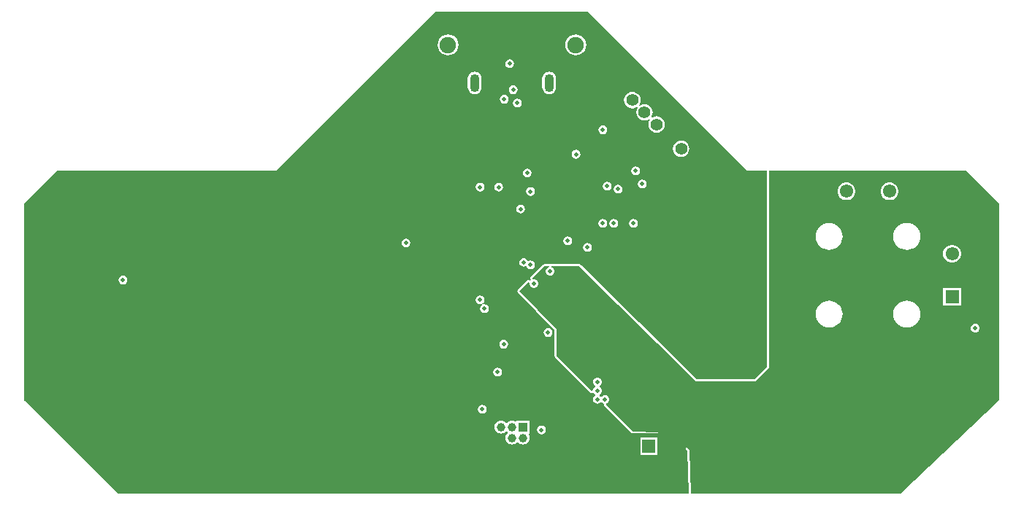
<source format=gbr>
%TF.GenerationSoftware,Altium Limited,Altium Designer,23.6.0 (18)*%
G04 Layer_Physical_Order=2*
G04 Layer_Color=36540*
%FSLAX25Y25*%
%MOIN*%
%TF.SameCoordinates,9FC677E3-0757-43A4-AD8A-435CCD31EDD7*%
%TF.FilePolarity,Positive*%
%TF.FileFunction,Copper,L2,Inr,Signal*%
%TF.Part,Single*%
G01*
G75*
%TA.AperFunction,ViaPad*%
%ADD45C,0.23000*%
%TA.AperFunction,ComponentPad*%
G04:AMPARAMS|DCode=46|XSize=43.31mil|YSize=82.68mil|CornerRadius=21.65mil|HoleSize=0mil|Usage=FLASHONLY|Rotation=180.000|XOffset=0mil|YOffset=0mil|HoleType=Round|Shape=RoundedRectangle|*
%AMROUNDEDRECTD46*
21,1,0.04331,0.03937,0,0,180.0*
21,1,0.00000,0.08268,0,0,180.0*
1,1,0.04331,0.00000,0.01968*
1,1,0.04331,0.00000,0.01968*
1,1,0.04331,0.00000,-0.01968*
1,1,0.04331,0.00000,-0.01968*
%
%ADD46ROUNDEDRECTD46*%
%ADD47C,0.07480*%
%ADD48C,0.03937*%
%ADD49R,0.03937X0.03937*%
%ADD50P,0.07739X4X360.0*%
%ADD51C,0.05472*%
%ADD52C,0.05906*%
%ADD53R,0.05906X0.05906*%
%ADD54R,0.06102X0.06102*%
%ADD55C,0.06102*%
%ADD56C,0.09055*%
%TA.AperFunction,ViaPad*%
%ADD57C,0.01968*%
G36*
X330000Y147755D02*
X338990D01*
Y58186D01*
X333426Y52622D01*
X307019D01*
X253714Y104982D01*
X253552Y105088D01*
X253390Y105197D01*
X253386Y105198D01*
X253382Y105200D01*
X253191Y105236D01*
X253000Y105274D01*
X240416D01*
X240286Y105248D01*
X240153Y105240D01*
X240092Y105210D01*
X240026Y105197D01*
X239958Y105151D01*
X239891Y105197D01*
X239824Y105210D01*
X239763Y105240D01*
X239631Y105248D01*
X239500Y105274D01*
X237500D01*
X237110Y105197D01*
X236779Y104976D01*
X231225Y99422D01*
X231132Y99282D01*
X231030Y99148D01*
X231022Y99117D01*
X231004Y99091D01*
X230971Y98926D01*
X230928Y98763D01*
X230933Y98732D01*
X230927Y98701D01*
X230960Y98536D01*
X230982Y98369D01*
X231059Y98145D01*
X231132Y98020D01*
X231153Y97973D01*
X231000Y97755D01*
X230782Y97601D01*
X230734Y97623D01*
X230610Y97695D01*
X230386Y97772D01*
X230219Y97795D01*
X230054Y97828D01*
X230023Y97822D01*
X229992Y97826D01*
X229829Y97783D01*
X229664Y97750D01*
X229637Y97733D01*
X229607Y97725D01*
X229473Y97623D01*
X229333Y97529D01*
X225279Y93476D01*
X225173Y93316D01*
X225064Y93158D01*
X225062Y93151D01*
X225058Y93145D01*
X225021Y92957D01*
X224980Y92769D01*
X224982Y92762D01*
X224980Y92755D01*
X225018Y92567D01*
X225052Y92378D01*
X225057Y92372D01*
X225058Y92364D01*
X225165Y92205D01*
X225269Y92044D01*
X241980Y74841D01*
Y63255D01*
X242058Y62864D01*
X242279Y62534D01*
X258295Y46518D01*
X258626Y46297D01*
X259016Y46219D01*
X259406Y46297D01*
X259678Y46410D01*
X260069Y45824D01*
X260485Y45547D01*
Y44962D01*
X260069Y44685D01*
X259631Y44029D01*
X259477Y43255D01*
X259631Y42480D01*
X260069Y41824D01*
X260726Y41385D01*
X261500Y41232D01*
X262274Y41385D01*
X262931Y41824D01*
X263000Y41928D01*
X263500D01*
X263569Y41824D01*
X264226Y41385D01*
X264296Y41372D01*
X264467Y41091D01*
X264455Y40949D01*
X264427Y40808D01*
X264438Y40752D01*
X264433Y40694D01*
X264476Y40558D01*
X264504Y40418D01*
X264536Y40370D01*
X264554Y40315D01*
X264646Y40206D01*
X264725Y40088D01*
X277108Y27704D01*
X289106Y27748D01*
X289116Y28230D01*
X277879Y28376D01*
X265446Y40808D01*
X265604Y41357D01*
X266124Y41572D01*
X266682Y42131D01*
X266984Y42860D01*
Y43649D01*
X266682Y44379D01*
X266124Y44937D01*
X265395Y45239D01*
X264605D01*
X263876Y44937D01*
X263577Y44637D01*
X263250Y44423D01*
X262923Y44637D01*
X262624Y44937D01*
X262510Y44984D01*
Y45525D01*
X262624Y45573D01*
X263182Y46131D01*
X263484Y46860D01*
Y47649D01*
X263182Y48379D01*
X262624Y48937D01*
X262510Y48984D01*
Y49525D01*
X262624Y49573D01*
X263182Y50131D01*
X263484Y50860D01*
Y51649D01*
X263182Y52379D01*
X262624Y52937D01*
X261895Y53239D01*
X261105D01*
X260376Y52937D01*
X259818Y52379D01*
X259516Y51649D01*
Y50860D01*
X259818Y50131D01*
X260376Y49573D01*
X260490Y49525D01*
Y48984D01*
X260376Y48937D01*
X259818Y48379D01*
X259516Y47649D01*
Y47446D01*
X259016Y47239D01*
X243000Y63255D01*
Y75255D01*
X226000Y92755D01*
X230054Y96808D01*
X230278Y96731D01*
X230516Y96563D01*
Y95860D01*
X230818Y95131D01*
X231376Y94573D01*
X232105Y94270D01*
X232895D01*
X233624Y94573D01*
X234182Y95131D01*
X234484Y95860D01*
Y96649D01*
X234182Y97379D01*
X233624Y97937D01*
X232895Y98239D01*
X232191D01*
X232023Y98477D01*
X231946Y98701D01*
X237500Y104255D01*
X239500D01*
X239563Y103781D01*
X238834Y103479D01*
X238276Y102920D01*
X237974Y102191D01*
Y101402D01*
X238276Y100672D01*
X238834Y100114D01*
X239563Y99812D01*
X240353D01*
X241082Y100114D01*
X241640Y100672D01*
X241942Y101402D01*
Y102191D01*
X241640Y102920D01*
X241082Y103479D01*
X240353Y103781D01*
X240416Y104255D01*
X253000D01*
X306602Y51603D01*
X333848D01*
X340009Y57764D01*
Y147755D01*
X430000D01*
X445000Y132755D01*
X445005Y42759D01*
X399736Y5D01*
X304206D01*
X303590Y20164D01*
X302000Y21755D01*
X302000Y20313D01*
X302584Y19729D01*
X303175Y359D01*
X302827Y0D01*
X222500D01*
Y5D01*
X42755D01*
X0Y42759D01*
Y132759D01*
X15000Y147759D01*
X115000D01*
X184948Y217707D01*
X184950Y217705D01*
X184950Y217705D01*
X187700Y220455D01*
X257300Y220455D01*
X330000Y147755D01*
D02*
G37*
%LPC*%
G36*
X251634Y210065D02*
X250396Y209902D01*
X249243Y209424D01*
X248253Y208664D01*
X247493Y207674D01*
X247016Y206521D01*
X246853Y205284D01*
X247016Y204046D01*
X247493Y202893D01*
X248253Y201903D01*
X249243Y201143D01*
X250396Y200665D01*
X251634Y200502D01*
X252871Y200665D01*
X254024Y201143D01*
X255015Y201903D01*
X255774Y202893D01*
X256252Y204046D01*
X256415Y205284D01*
X256252Y206521D01*
X255774Y207674D01*
X255015Y208664D01*
X254024Y209424D01*
X252871Y209902D01*
X251634Y210065D01*
D02*
G37*
G36*
X193366D02*
X192129Y209902D01*
X190976Y209424D01*
X189985Y208664D01*
X189226Y207674D01*
X188748Y206521D01*
X188585Y205284D01*
X188748Y204046D01*
X189226Y202893D01*
X189985Y201903D01*
X190976Y201143D01*
X192129Y200665D01*
X193366Y200502D01*
X194604Y200665D01*
X195757Y201143D01*
X196747Y201903D01*
X197507Y202893D01*
X197984Y204046D01*
X198147Y205284D01*
X197984Y206521D01*
X197507Y207674D01*
X196747Y208664D01*
X195757Y209424D01*
X194604Y209902D01*
X193366Y210065D01*
D02*
G37*
G36*
X221494Y198771D02*
X220720Y198617D01*
X220063Y198179D01*
X219625Y197522D01*
X219471Y196748D01*
X219625Y195974D01*
X220063Y195318D01*
X220720Y194879D01*
X221494Y194725D01*
X222268Y194879D01*
X222924Y195318D01*
X223363Y195974D01*
X223517Y196748D01*
X223363Y197522D01*
X222924Y198179D01*
X222268Y198617D01*
X221494Y198771D01*
D02*
G37*
G36*
X223106Y186871D02*
X222332Y186717D01*
X221676Y186278D01*
X221237Y185622D01*
X221083Y184848D01*
X221237Y184073D01*
X221676Y183417D01*
X222332Y182978D01*
X223106Y182825D01*
X223881Y182978D01*
X224537Y183417D01*
X224975Y184073D01*
X225129Y184848D01*
X224975Y185622D01*
X224537Y186278D01*
X223881Y186717D01*
X223106Y186871D01*
D02*
G37*
G36*
X239508Y193082D02*
X238682Y192974D01*
X237912Y192655D01*
X237250Y192147D01*
X236743Y191486D01*
X236424Y190716D01*
X236315Y189890D01*
Y185953D01*
X236424Y185126D01*
X236743Y184356D01*
X237250Y183695D01*
X237912Y183188D01*
X238682Y182869D01*
X239508Y182760D01*
X240334Y182869D01*
X241104Y183188D01*
X241765Y183695D01*
X242273Y184356D01*
X242592Y185126D01*
X242701Y185953D01*
Y189890D01*
X242592Y190716D01*
X242273Y191486D01*
X241765Y192147D01*
X241104Y192655D01*
X240334Y192974D01*
X239508Y193082D01*
D02*
G37*
G36*
X205492D02*
X204666Y192974D01*
X203896Y192655D01*
X203235Y192147D01*
X202727Y191486D01*
X202408Y190716D01*
X202299Y189890D01*
Y185953D01*
X202408Y185126D01*
X202727Y184356D01*
X203235Y183695D01*
X203896Y183188D01*
X204666Y182869D01*
X205492Y182760D01*
X206318Y182869D01*
X207088Y183188D01*
X207750Y183695D01*
X208257Y184356D01*
X208576Y185126D01*
X208685Y185953D01*
Y189890D01*
X208576Y190716D01*
X208257Y191486D01*
X207750Y192147D01*
X207088Y192655D01*
X206318Y192974D01*
X205492Y193082D01*
D02*
G37*
G36*
X218979Y182500D02*
X218204Y182346D01*
X217548Y181908D01*
X217110Y181251D01*
X216956Y180477D01*
X217110Y179703D01*
X217548Y179046D01*
X218204Y178608D01*
X218979Y178454D01*
X219753Y178608D01*
X220409Y179046D01*
X220848Y179703D01*
X221002Y180477D01*
X220848Y181251D01*
X220409Y181908D01*
X219753Y182346D01*
X218979Y182500D01*
D02*
G37*
G36*
X225000Y180778D02*
X224226Y180624D01*
X223569Y180185D01*
X223131Y179529D01*
X222977Y178755D01*
X223131Y177980D01*
X223569Y177324D01*
X224226Y176885D01*
X225000Y176732D01*
X225774Y176885D01*
X226431Y177324D01*
X226869Y177980D01*
X227023Y178755D01*
X226869Y179529D01*
X226431Y180185D01*
X225774Y180624D01*
X225000Y180778D01*
D02*
G37*
G36*
X277459Y183821D02*
X276484Y183693D01*
X275575Y183316D01*
X274794Y182717D01*
X274196Y181937D01*
X273819Y181028D01*
X273691Y180052D01*
X273819Y179077D01*
X274196Y178168D01*
X274794Y177388D01*
X275575Y176789D01*
X276484Y176412D01*
X277459Y176284D01*
X278434Y176412D01*
X279343Y176789D01*
X279616Y176998D01*
X279972Y176641D01*
X279763Y176369D01*
X279387Y175460D01*
X279258Y174485D01*
X279387Y173509D01*
X279763Y172600D01*
X280362Y171820D01*
X281143Y171221D01*
X282051Y170845D01*
X283027Y170716D01*
X284002Y170845D01*
X284911Y171221D01*
X285183Y171430D01*
X285540Y171073D01*
X285331Y170801D01*
X284955Y169892D01*
X284826Y168917D01*
X284955Y167942D01*
X285331Y167033D01*
X285930Y166252D01*
X286710Y165653D01*
X287619Y165277D01*
X288595Y165149D01*
X289570Y165277D01*
X290479Y165653D01*
X291259Y166252D01*
X291858Y167033D01*
X292235Y167942D01*
X292363Y168917D01*
X292235Y169892D01*
X291858Y170801D01*
X291259Y171582D01*
X290479Y172181D01*
X289570Y172557D01*
X288595Y172686D01*
X287619Y172557D01*
X286710Y172181D01*
X286438Y171972D01*
X286082Y172328D01*
X286290Y172600D01*
X286667Y173509D01*
X286795Y174485D01*
X286667Y175460D01*
X286290Y176369D01*
X285692Y177149D01*
X284911Y177748D01*
X284002Y178125D01*
X283027Y178253D01*
X282051Y178125D01*
X281143Y177748D01*
X280870Y177539D01*
X280514Y177896D01*
X280723Y178168D01*
X281099Y179077D01*
X281227Y180052D01*
X281099Y181028D01*
X280723Y181937D01*
X280124Y182717D01*
X279343Y183316D01*
X278434Y183693D01*
X277459Y183821D01*
D02*
G37*
G36*
X263977Y168523D02*
X263203Y168369D01*
X262546Y167931D01*
X262108Y167274D01*
X261954Y166500D01*
X262108Y165726D01*
X262546Y165069D01*
X263203Y164631D01*
X263977Y164477D01*
X264751Y164631D01*
X265407Y165069D01*
X265846Y165726D01*
X266000Y166500D01*
X265846Y167274D01*
X265407Y167931D01*
X264751Y168369D01*
X263977Y168523D01*
D02*
G37*
G36*
X299730Y161550D02*
X298755Y161422D01*
X297846Y161045D01*
X297065Y160446D01*
X296467Y159666D01*
X296090Y158757D01*
X295962Y157782D01*
X296090Y156806D01*
X296467Y155897D01*
X297065Y155117D01*
X297846Y154518D01*
X298755Y154141D01*
X299730Y154013D01*
X300706Y154141D01*
X301614Y154518D01*
X302395Y155117D01*
X302994Y155897D01*
X303370Y156806D01*
X303499Y157782D01*
X303370Y158757D01*
X302994Y159666D01*
X302395Y160446D01*
X301614Y161045D01*
X300706Y161422D01*
X299730Y161550D01*
D02*
G37*
G36*
X251790Y157333D02*
X251016Y157179D01*
X250359Y156741D01*
X249921Y156084D01*
X249767Y155310D01*
X249921Y154536D01*
X250359Y153880D01*
X251016Y153441D01*
X251790Y153287D01*
X252564Y153441D01*
X253220Y153880D01*
X253659Y154536D01*
X253813Y155310D01*
X253659Y156084D01*
X253220Y156741D01*
X252564Y157179D01*
X251790Y157333D01*
D02*
G37*
G36*
X279000Y149778D02*
X278226Y149624D01*
X277569Y149185D01*
X277131Y148529D01*
X276977Y147755D01*
X277131Y146980D01*
X277569Y146324D01*
X278226Y145886D01*
X279000Y145731D01*
X279774Y145886D01*
X280431Y146324D01*
X280869Y146980D01*
X281023Y147755D01*
X280869Y148529D01*
X280431Y149185D01*
X279774Y149624D01*
X279000Y149778D01*
D02*
G37*
G36*
X229500Y148778D02*
X228726Y148624D01*
X228069Y148185D01*
X227631Y147529D01*
X227477Y146755D01*
X227631Y145980D01*
X228069Y145324D01*
X228726Y144886D01*
X229500Y144731D01*
X230274Y144886D01*
X230931Y145324D01*
X231369Y145980D01*
X231523Y146755D01*
X231369Y147529D01*
X230931Y148185D01*
X230274Y148624D01*
X229500Y148778D01*
D02*
G37*
G36*
X282000Y143778D02*
X281226Y143624D01*
X280569Y143185D01*
X280131Y142529D01*
X279977Y141755D01*
X280131Y140980D01*
X280569Y140324D01*
X281226Y139885D01*
X282000Y139732D01*
X282774Y139885D01*
X283431Y140324D01*
X283869Y140980D01*
X284023Y141755D01*
X283869Y142529D01*
X283431Y143185D01*
X282774Y143624D01*
X282000Y143778D01*
D02*
G37*
G36*
X266000Y142778D02*
X265226Y142624D01*
X264569Y142185D01*
X264131Y141529D01*
X263977Y140755D01*
X264131Y139980D01*
X264569Y139324D01*
X265226Y138885D01*
X266000Y138732D01*
X266774Y138885D01*
X267431Y139324D01*
X267869Y139980D01*
X268023Y140755D01*
X267869Y141529D01*
X267431Y142185D01*
X266774Y142624D01*
X266000Y142778D01*
D02*
G37*
G36*
X216500Y142278D02*
X215726Y142124D01*
X215069Y141685D01*
X214631Y141029D01*
X214477Y140255D01*
X214631Y139480D01*
X215069Y138824D01*
X215726Y138385D01*
X216500Y138232D01*
X217274Y138385D01*
X217931Y138824D01*
X218369Y139480D01*
X218523Y140255D01*
X218369Y141029D01*
X217931Y141685D01*
X217274Y142124D01*
X216500Y142278D01*
D02*
G37*
G36*
X208000D02*
X207226Y142124D01*
X206569Y141685D01*
X206131Y141029D01*
X205977Y140255D01*
X206131Y139480D01*
X206569Y138824D01*
X207226Y138385D01*
X208000Y138232D01*
X208774Y138385D01*
X209431Y138824D01*
X209869Y139480D01*
X210023Y140255D01*
X209869Y141029D01*
X209431Y141685D01*
X208774Y142124D01*
X208000Y142278D01*
D02*
G37*
G36*
X270937Y141369D02*
X270163Y141215D01*
X269506Y140777D01*
X269068Y140120D01*
X268914Y139346D01*
X269068Y138572D01*
X269506Y137916D01*
X270163Y137477D01*
X270937Y137323D01*
X271711Y137477D01*
X272368Y137916D01*
X272806Y138572D01*
X272960Y139346D01*
X272806Y140120D01*
X272368Y140777D01*
X271711Y141215D01*
X270937Y141369D01*
D02*
G37*
G36*
X231000Y140278D02*
X230226Y140124D01*
X229569Y139685D01*
X229131Y139029D01*
X228977Y138255D01*
X229131Y137480D01*
X229569Y136824D01*
X230226Y136386D01*
X231000Y136232D01*
X231774Y136386D01*
X232431Y136824D01*
X232869Y137480D01*
X233023Y138255D01*
X232869Y139029D01*
X232431Y139685D01*
X231774Y140124D01*
X231000Y140278D01*
D02*
G37*
G36*
X395376Y142437D02*
X394309D01*
X393279Y142161D01*
X392355Y141628D01*
X391601Y140873D01*
X391067Y139950D01*
X390791Y138919D01*
Y137853D01*
X391067Y136822D01*
X391601Y135898D01*
X392355Y135144D01*
X393279Y134611D01*
X394309Y134335D01*
X395376D01*
X396406Y134611D01*
X397330Y135144D01*
X398084Y135898D01*
X398618Y136822D01*
X398894Y137853D01*
Y138919D01*
X398618Y139950D01*
X398084Y140873D01*
X397330Y141628D01*
X396406Y142161D01*
X395376Y142437D01*
D02*
G37*
G36*
X375691D02*
X374624D01*
X373594Y142161D01*
X372670Y141628D01*
X371916Y140873D01*
X371382Y139950D01*
X371106Y138919D01*
Y137853D01*
X371382Y136822D01*
X371916Y135898D01*
X372670Y135144D01*
X373594Y134611D01*
X374624Y134335D01*
X375691D01*
X376721Y134611D01*
X377645Y135144D01*
X378399Y135898D01*
X378933Y136822D01*
X379209Y137853D01*
Y138919D01*
X378933Y139950D01*
X378399Y140873D01*
X377645Y141628D01*
X376721Y142161D01*
X375691Y142437D01*
D02*
G37*
G36*
X226500Y132278D02*
X225726Y132124D01*
X225069Y131685D01*
X224631Y131029D01*
X224477Y130255D01*
X224631Y129480D01*
X225069Y128824D01*
X225726Y128385D01*
X226500Y128232D01*
X227274Y128385D01*
X227931Y128824D01*
X228369Y129480D01*
X228523Y130255D01*
X228369Y131029D01*
X227931Y131685D01*
X227274Y132124D01*
X226500Y132278D01*
D02*
G37*
G36*
X278000Y125778D02*
X277226Y125624D01*
X276569Y125185D01*
X276131Y124529D01*
X275977Y123755D01*
X276131Y122980D01*
X276569Y122324D01*
X277226Y121886D01*
X278000Y121731D01*
X278774Y121886D01*
X279431Y122324D01*
X279869Y122980D01*
X280023Y123755D01*
X279869Y124529D01*
X279431Y125185D01*
X278774Y125624D01*
X278000Y125778D01*
D02*
G37*
G36*
X269000D02*
X268226Y125624D01*
X267569Y125185D01*
X267131Y124529D01*
X266977Y123755D01*
X267131Y122980D01*
X267569Y122324D01*
X268226Y121886D01*
X269000Y121731D01*
X269774Y121886D01*
X270431Y122324D01*
X270869Y122980D01*
X271023Y123755D01*
X270869Y124529D01*
X270431Y125185D01*
X269774Y125624D01*
X269000Y125778D01*
D02*
G37*
G36*
X264000D02*
X263226Y125624D01*
X262569Y125185D01*
X262131Y124529D01*
X261977Y123755D01*
X262131Y122980D01*
X262569Y122324D01*
X263226Y121886D01*
X264000Y121731D01*
X264774Y121886D01*
X265431Y122324D01*
X265869Y122980D01*
X266023Y123755D01*
X265869Y124529D01*
X265431Y125185D01*
X264774Y125624D01*
X264000Y125778D01*
D02*
G37*
G36*
X248000Y117778D02*
X247226Y117624D01*
X246569Y117185D01*
X246131Y116529D01*
X245977Y115755D01*
X246131Y114980D01*
X246569Y114324D01*
X247226Y113885D01*
X248000Y113732D01*
X248774Y113885D01*
X249431Y114324D01*
X249869Y114980D01*
X250023Y115755D01*
X249869Y116529D01*
X249431Y117185D01*
X248774Y117624D01*
X248000Y117778D01*
D02*
G37*
G36*
X174136Y116778D02*
X173362Y116624D01*
X172706Y116185D01*
X172267Y115529D01*
X172113Y114755D01*
X172267Y113980D01*
X172706Y113324D01*
X173362Y112885D01*
X174136Y112732D01*
X174910Y112885D01*
X175567Y113324D01*
X176005Y113980D01*
X176159Y114755D01*
X176005Y115529D01*
X175567Y116185D01*
X174910Y116624D01*
X174136Y116778D01*
D02*
G37*
G36*
X402716Y123864D02*
X401517Y123746D01*
X400364Y123396D01*
X399301Y122828D01*
X398370Y122064D01*
X397605Y121132D01*
X397037Y120069D01*
X396687Y118916D01*
X396569Y117717D01*
X396687Y116517D01*
X397037Y115364D01*
X397605Y114301D01*
X398370Y113370D01*
X399301Y112605D01*
X400364Y112037D01*
X401517Y111687D01*
X402716Y111569D01*
X403916Y111687D01*
X405069Y112037D01*
X406132Y112605D01*
X407064Y113370D01*
X407828Y114301D01*
X408396Y115364D01*
X408746Y116517D01*
X408864Y117717D01*
X408746Y118916D01*
X408396Y120069D01*
X407828Y121132D01*
X407064Y122064D01*
X406132Y122828D01*
X405069Y123396D01*
X403916Y123746D01*
X402716Y123864D01*
D02*
G37*
G36*
X367284D02*
X366084Y123746D01*
X364931Y123396D01*
X363868Y122828D01*
X362936Y122064D01*
X362172Y121132D01*
X361604Y120069D01*
X361254Y118916D01*
X361136Y117717D01*
X361254Y116517D01*
X361604Y115364D01*
X362172Y114301D01*
X362936Y113370D01*
X363868Y112605D01*
X364931Y112037D01*
X366084Y111687D01*
X367284Y111569D01*
X368483Y111687D01*
X369636Y112037D01*
X370699Y112605D01*
X371631Y113370D01*
X372395Y114301D01*
X372963Y115364D01*
X373313Y116517D01*
X373431Y117717D01*
X373313Y118916D01*
X372963Y120069D01*
X372395Y121132D01*
X371631Y122064D01*
X370699Y122828D01*
X369636Y123396D01*
X368483Y123746D01*
X367284Y123864D01*
D02*
G37*
G36*
X257000Y114778D02*
X256226Y114624D01*
X255569Y114185D01*
X255131Y113529D01*
X254977Y112755D01*
X255131Y111980D01*
X255569Y111324D01*
X256226Y110886D01*
X257000Y110731D01*
X257774Y110886D01*
X258431Y111324D01*
X258869Y111980D01*
X259023Y112755D01*
X258869Y113529D01*
X258431Y114185D01*
X257774Y114624D01*
X257000Y114778D01*
D02*
G37*
G36*
X423919Y113894D02*
X422853D01*
X421822Y113618D01*
X420898Y113084D01*
X420144Y112330D01*
X419611Y111406D01*
X419335Y110376D01*
Y109309D01*
X419611Y108279D01*
X420144Y107355D01*
X420898Y106601D01*
X421822Y106067D01*
X422853Y105791D01*
X423919D01*
X424950Y106067D01*
X425873Y106601D01*
X426628Y107355D01*
X427161Y108279D01*
X427437Y109309D01*
Y110376D01*
X427161Y111406D01*
X426628Y112330D01*
X425873Y113084D01*
X424950Y113618D01*
X423919Y113894D01*
D02*
G37*
G36*
X227885Y107893D02*
X227111Y107739D01*
X226454Y107300D01*
X226016Y106644D01*
X225862Y105870D01*
X226016Y105096D01*
X226454Y104439D01*
X227111Y104001D01*
X227885Y103847D01*
X228619Y103993D01*
X229101Y103993D01*
X229131Y103980D01*
X229569Y103324D01*
X230226Y102885D01*
X231000Y102732D01*
X231774Y102885D01*
X232431Y103324D01*
X232869Y103980D01*
X233023Y104755D01*
X232869Y105529D01*
X232431Y106185D01*
X231774Y106624D01*
X231000Y106778D01*
X230266Y106632D01*
X229784Y106632D01*
X229754Y106644D01*
X229315Y107300D01*
X228659Y107739D01*
X227885Y107893D01*
D02*
G37*
G36*
X44958Y99820D02*
X44184Y99666D01*
X43528Y99227D01*
X43089Y98571D01*
X42935Y97796D01*
X43089Y97022D01*
X43528Y96366D01*
X44184Y95927D01*
X44958Y95773D01*
X45732Y95927D01*
X46389Y96366D01*
X46827Y97022D01*
X46981Y97796D01*
X46827Y98571D01*
X46389Y99227D01*
X45732Y99666D01*
X44958Y99820D01*
D02*
G37*
G36*
X427437Y94209D02*
X419335D01*
Y86106D01*
X427437D01*
Y94209D01*
D02*
G37*
G36*
X208000Y90778D02*
X207226Y90624D01*
X206569Y90185D01*
X206131Y89529D01*
X205977Y88755D01*
X206131Y87980D01*
X206569Y87324D01*
X207226Y86885D01*
X208000Y86731D01*
X208575Y86846D01*
X208774Y86885D01*
X208971Y86454D01*
X208831Y86360D01*
X208569Y86185D01*
X208131Y85529D01*
X207977Y84755D01*
X208131Y83980D01*
X208569Y83324D01*
X209226Y82885D01*
X210000Y82731D01*
X210774Y82885D01*
X211431Y83324D01*
X211869Y83980D01*
X212023Y84755D01*
X211869Y85529D01*
X211431Y86185D01*
X210774Y86624D01*
X210000Y86778D01*
X209425Y86663D01*
X209226Y86624D01*
X209029Y87055D01*
X209169Y87149D01*
X209431Y87324D01*
X209869Y87980D01*
X210023Y88755D01*
X209869Y89529D01*
X209431Y90185D01*
X208774Y90624D01*
X208000Y90778D01*
D02*
G37*
G36*
X402716Y88431D02*
X401517Y88313D01*
X400364Y87963D01*
X399301Y87395D01*
X398370Y86631D01*
X397605Y85699D01*
X397037Y84636D01*
X396687Y83483D01*
X396569Y82284D01*
X396687Y81084D01*
X397037Y79931D01*
X397605Y78868D01*
X398370Y77936D01*
X399301Y77172D01*
X400364Y76604D01*
X401517Y76254D01*
X402716Y76136D01*
X403916Y76254D01*
X405069Y76604D01*
X406132Y77172D01*
X407064Y77936D01*
X407828Y78868D01*
X408396Y79931D01*
X408746Y81084D01*
X408864Y82284D01*
X408746Y83483D01*
X408396Y84636D01*
X407828Y85699D01*
X407064Y86631D01*
X406132Y87395D01*
X405069Y87963D01*
X403916Y88313D01*
X402716Y88431D01*
D02*
G37*
G36*
X367284D02*
X366084Y88313D01*
X364931Y87963D01*
X363868Y87395D01*
X362936Y86631D01*
X362172Y85699D01*
X361604Y84636D01*
X361254Y83483D01*
X361136Y82284D01*
X361254Y81084D01*
X361604Y79931D01*
X362172Y78868D01*
X362936Y77936D01*
X363868Y77172D01*
X364931Y76604D01*
X366084Y76254D01*
X367284Y76136D01*
X368483Y76254D01*
X369636Y76604D01*
X370699Y77172D01*
X371631Y77936D01*
X372395Y78868D01*
X372963Y79931D01*
X373313Y81084D01*
X373431Y82284D01*
X373313Y83483D01*
X372963Y84636D01*
X372395Y85699D01*
X371631Y86631D01*
X370699Y87395D01*
X369636Y87963D01*
X368483Y88313D01*
X367284Y88431D01*
D02*
G37*
G36*
X434395Y77739D02*
X433605D01*
X432876Y77437D01*
X432318Y76879D01*
X432016Y76149D01*
Y75360D01*
X432318Y74631D01*
X432876Y74072D01*
X433605Y73770D01*
X434395D01*
X435124Y74072D01*
X435682Y74631D01*
X435984Y75360D01*
Y76149D01*
X435682Y76879D01*
X435124Y77437D01*
X434395Y77739D01*
D02*
G37*
G36*
X238958Y75820D02*
X238184Y75666D01*
X237528Y75227D01*
X237089Y74571D01*
X236935Y73796D01*
X237089Y73022D01*
X237528Y72366D01*
X238184Y71927D01*
X238958Y71773D01*
X239732Y71927D01*
X240389Y72366D01*
X240827Y73022D01*
X240981Y73796D01*
X240827Y74571D01*
X240389Y75227D01*
X239732Y75666D01*
X238958Y75820D01*
D02*
G37*
G36*
X218757Y70521D02*
X217982Y70367D01*
X217326Y69928D01*
X216887Y69272D01*
X216734Y68498D01*
X216887Y67724D01*
X217326Y67067D01*
X217982Y66629D01*
X218757Y66475D01*
X219531Y66629D01*
X220187Y67067D01*
X220626Y67724D01*
X220780Y68498D01*
X220626Y69272D01*
X220187Y69928D01*
X219531Y70367D01*
X218757Y70521D01*
D02*
G37*
G36*
X216000Y57778D02*
X215226Y57624D01*
X214569Y57185D01*
X214131Y56529D01*
X213977Y55755D01*
X214131Y54980D01*
X214569Y54324D01*
X215226Y53886D01*
X216000Y53732D01*
X216774Y53886D01*
X217431Y54324D01*
X217869Y54980D01*
X218023Y55755D01*
X217869Y56529D01*
X217431Y57185D01*
X216774Y57624D01*
X216000Y57778D01*
D02*
G37*
G36*
X209000Y40778D02*
X208226Y40624D01*
X207569Y40185D01*
X207131Y39529D01*
X206977Y38755D01*
X207131Y37980D01*
X207569Y37324D01*
X208226Y36885D01*
X209000Y36731D01*
X209774Y36885D01*
X210431Y37324D01*
X210869Y37980D01*
X211023Y38755D01*
X210869Y39529D01*
X210431Y40185D01*
X209774Y40624D01*
X209000Y40778D01*
D02*
G37*
G36*
X222500Y33543D02*
X221725Y33441D01*
X221003Y33142D01*
X220383Y32666D01*
X220250Y32493D01*
X219750D01*
X219617Y32666D01*
X218997Y33142D01*
X218275Y33441D01*
X217500Y33543D01*
X216725Y33441D01*
X216003Y33142D01*
X215383Y32666D01*
X214907Y32046D01*
X214608Y31324D01*
X214506Y30549D01*
X214608Y29774D01*
X214907Y29052D01*
X215383Y28432D01*
X216003Y27956D01*
X216725Y27657D01*
X217500Y27555D01*
X218275Y27657D01*
X218997Y27956D01*
X219617Y28432D01*
X219750Y28605D01*
X220250D01*
X220383Y28432D01*
X220556Y28299D01*
Y27799D01*
X220383Y27666D01*
X219907Y27046D01*
X219608Y26324D01*
X219506Y25549D01*
X219608Y24774D01*
X219907Y24052D01*
X220383Y23432D01*
X221003Y22956D01*
X221725Y22657D01*
X222500Y22555D01*
X223275Y22657D01*
X223997Y22956D01*
X224617Y23432D01*
X224750Y23605D01*
X225250D01*
X225383Y23432D01*
X226003Y22956D01*
X226725Y22657D01*
X227500Y22555D01*
X228275Y22657D01*
X228997Y22956D01*
X229617Y23432D01*
X230093Y24052D01*
X230392Y24774D01*
X230494Y25549D01*
X230392Y26324D01*
X230093Y27046D01*
X230027Y27132D01*
X230248Y27580D01*
X230469D01*
Y33517D01*
X224532D01*
Y33297D01*
X224083Y33076D01*
X223997Y33142D01*
X223275Y33441D01*
X222500Y33543D01*
D02*
G37*
G36*
X236000Y31278D02*
X235226Y31124D01*
X234569Y30685D01*
X234131Y30029D01*
X233977Y29255D01*
X234131Y28480D01*
X234569Y27824D01*
X235226Y27386D01*
X236000Y27231D01*
X236774Y27386D01*
X237431Y27824D01*
X237869Y28480D01*
X238023Y29255D01*
X237869Y30029D01*
X237431Y30685D01*
X236774Y31124D01*
X236000Y31278D01*
D02*
G37*
G36*
X288953Y25707D02*
X281047D01*
Y17802D01*
X288953D01*
Y24328D01*
D01*
Y25707D01*
D02*
G37*
%LPD*%
D45*
X150000Y150000D02*
D03*
Y25000D02*
D03*
X350000D02*
D03*
D46*
X239508Y187921D02*
D03*
X205492D02*
D03*
D47*
X251634Y205284D02*
D03*
X193366D02*
D03*
D48*
X217500Y25549D02*
D03*
Y30549D02*
D03*
X222500Y25549D02*
D03*
Y30549D02*
D03*
X227500Y25549D02*
D03*
D49*
Y30549D02*
D03*
D50*
X305298Y152214D02*
D03*
D51*
X299730Y157782D02*
D03*
X294162Y163349D02*
D03*
X288595Y168917D02*
D03*
X283027Y174485D02*
D03*
X277459Y180052D02*
D03*
D52*
X295000Y21755D02*
D03*
D53*
X285000D02*
D03*
D54*
X423386Y90158D02*
D03*
D55*
Y100000D02*
D03*
Y109843D02*
D03*
X394843Y138386D02*
D03*
X385000D02*
D03*
X375157D02*
D03*
D56*
X354488Y73819D02*
D03*
Y126181D02*
D03*
X415512Y73819D02*
D03*
Y126181D02*
D03*
D57*
X263977Y166500D02*
D03*
X44958Y97796D02*
D03*
Y77797D02*
D03*
X69958Y117797D02*
D03*
X134560Y97796D02*
D03*
X139958Y107797D02*
D03*
Y87796D02*
D03*
X148177Y97796D02*
D03*
X174136Y114755D02*
D03*
X190500Y98755D02*
D03*
X222500Y85169D02*
D03*
X219438Y88231D02*
D03*
X225562D02*
D03*
X222500Y91294D02*
D03*
X208000Y88755D02*
D03*
Y140255D02*
D03*
X208500Y180255D02*
D03*
X209000Y38755D02*
D03*
X210000Y84755D02*
D03*
X212468Y188151D02*
D03*
X216000Y55755D02*
D03*
X216500Y140255D02*
D03*
X218000Y104755D02*
D03*
X218757Y68498D02*
D03*
X218979Y180477D02*
D03*
X221494Y196748D02*
D03*
X222500Y165752D02*
D03*
X223106Y184848D02*
D03*
X224500Y113755D02*
D03*
X225000Y178755D02*
D03*
X226500Y130255D02*
D03*
X227885Y105870D02*
D03*
X229500Y146755D02*
D03*
X230997Y141836D02*
D03*
X231000Y104755D02*
D03*
Y138255D02*
D03*
Y131755D02*
D03*
X231358Y188055D02*
D03*
X232500Y96255D02*
D03*
Y69255D02*
D03*
X235000Y90755D02*
D03*
X236000Y29255D02*
D03*
X238958Y73796D02*
D03*
X239958Y101796D02*
D03*
X244000Y176255D02*
D03*
X248000Y115755D02*
D03*
X251790Y155310D02*
D03*
X252000Y84755D02*
D03*
X252014Y96723D02*
D03*
X257000Y112755D02*
D03*
X261500Y43255D02*
D03*
Y51255D02*
D03*
Y47255D02*
D03*
X264000Y123755D02*
D03*
X265000Y43255D02*
D03*
X266000Y152755D02*
D03*
Y140755D02*
D03*
X267018Y134772D02*
D03*
X269000Y123755D02*
D03*
X270937Y139346D02*
D03*
X278000Y123755D02*
D03*
X279000Y147755D02*
D03*
X282000Y141755D02*
D03*
X288000Y135755D02*
D03*
X296000Y55255D02*
D03*
Y50255D02*
D03*
X305000Y58755D02*
D03*
X309000D02*
D03*
X434000Y75755D02*
D03*
%TF.MD5,db36e8f9cb80dea35f0777a3345c4bc2*%
M02*

</source>
